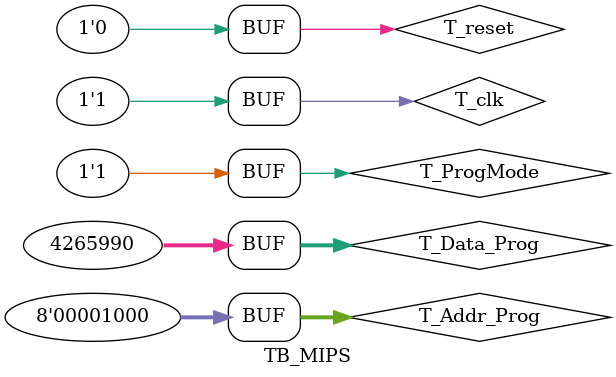
<source format=v>
`timescale 1ns/1ns
module TB_MIPS;
	
	reg			T_reset;
	reg			T_clk;
	reg			T_ProgMode;
	reg	[7:0]	T_Addr_Prog;
	reg	[31:0]	T_Data_Prog;
	
	MIPS	DUT(
		.reset		(T_reset),
		.clk		(T_clk),
		.ProgMode	(T_ProgMode),
		.Addr_Prog	(T_Addr_Prog),
		.Data_Prog	(T_Data_Prog));
		
	always
	begin
		T_clk = 1'b0;
		#10;
		T_clk = 1'b1;
		#10;
	end
	
	initial
	begin
		T_Addr_Prog = 8'd0;
		T_Data_Prog = 32'd0;
		T_reset = 1'b1;
		T_ProgMode = 1'b0; // Program mode (Write)
		#20;
		T_reset = 1'b0;
		
		T_Addr_Prog = 8'd0;
		T_Data_Prog = 32'h10200005; //
		#20;
		T_Addr_Prog = 8'd1;
		T_Data_Prog = 32'h10600008; //
		#20;
		T_Addr_Prog = 8'd2;
		T_Data_Prog = 32'h10e00002;
		#20;
		T_Addr_Prog = 8'd3;
		T_Data_Prog = 32'h30000001;
		#20;
		T_Addr_Prog = 8'd4;
		T_Data_Prog = 32'h4;
		#20;
		T_Addr_Prog = 8'd5;
		T_Data_Prog = 32'h4;
		#20;
		T_Addr_Prog = 8'd6;
		T_Data_Prog = 32'h12600010;
		#20;
		T_Addr_Prog = 8'd7;
		T_Data_Prog = 32'h10000000;
		#20;
		T_Addr_Prog = 8'd8;
		T_Data_Prog = 32'h411806;
		#20;
		T_ProgMode = 1'b1; // Run mode (Read)
		T_reset = 1'b1;
		#20;
		T_reset = 1'b0;
		#20;
		
	end
	
endmodule
</source>
